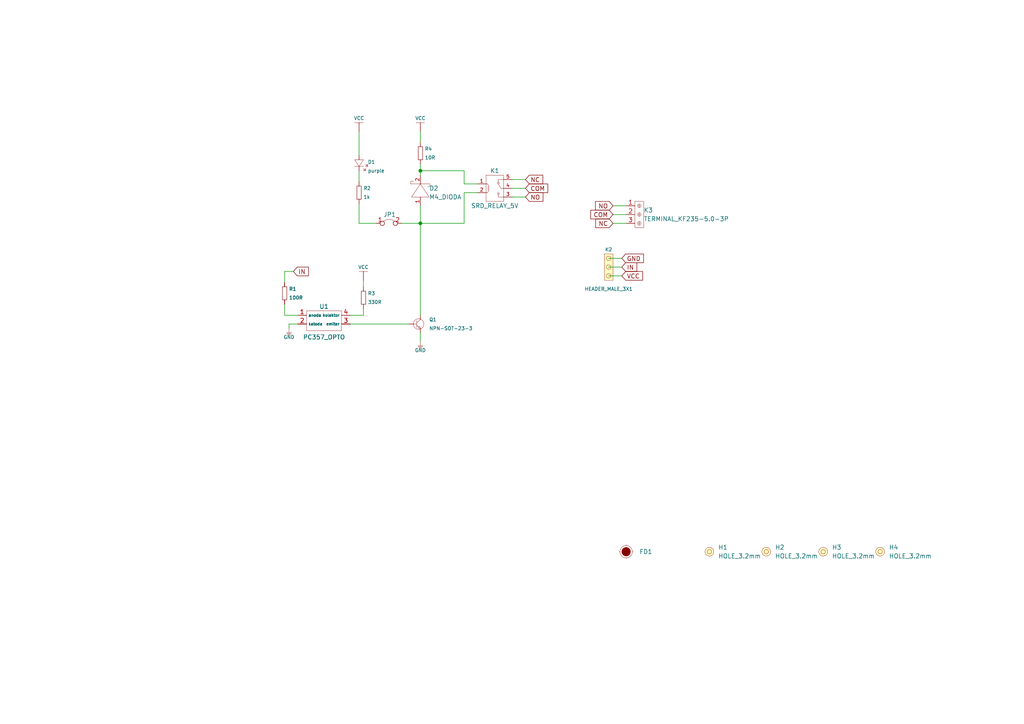
<source format=kicad_sch>
(kicad_sch (version 20210126) (generator eeschema)

  (paper "A4")

  (lib_symbols
    (symbol "e-radionica.com schematics:0402LED" (pin_numbers hide) (pin_names (offset 0.254) hide) (in_bom yes) (on_board yes)
      (property "Reference" "D" (id 0) (at -0.635 2.54 0)
        (effects (font (size 1 1)))
      )
      (property "Value" "0402LED" (id 1) (at 0 -2.54 0)
        (effects (font (size 1 1)))
      )
      (property "Footprint" "e-radionica.com footprinti:0402LED" (id 2) (at 0 5.08 0)
        (effects (font (size 1 1)) hide)
      )
      (property "Datasheet" "" (id 3) (at 0 0 0)
        (effects (font (size 1 1)) hide)
      )
      (property "Package" "0402" (id 4) (at 0 0 0)
        (effects (font (size 1.27 1.27)) hide)
      )
      (symbol "0402LED_0_1"
        (polyline
          (pts
            (xy -0.635 1.27)
            (xy -0.635 -1.27)
            (xy 1.27 0)
          )
          (stroke (width 0.0006)) (fill (type none))
        )
        (polyline
          (pts
            (xy -0.635 1.27)
            (xy 1.27 0)
          )
          (stroke (width 0.0006)) (fill (type none))
        )
        (polyline
          (pts
            (xy 1.27 1.27)
            (xy 1.27 -1.27)
          )
          (stroke (width 0.0006)) (fill (type none))
        )
        (polyline
          (pts
            (xy 0.635 1.905)
            (xy 1.27 2.54)
          )
          (stroke (width 0.0006)) (fill (type none))
        )
        (polyline
          (pts
            (xy 1.905 1.27)
            (xy 2.54 1.905)
          )
          (stroke (width 0.0006)) (fill (type none))
        )
        (polyline
          (pts
            (xy 2.54 1.905)
            (xy 1.905 1.905)
            (xy 2.54 1.27)
            (xy 2.54 1.905)
          )
          (stroke (width 0.0006)) (fill (type none))
        )
        (polyline
          (pts
            (xy 1.27 2.54)
            (xy 0.635 2.54)
            (xy 1.27 1.905)
            (xy 1.27 2.54)
          )
          (stroke (width 0.0006)) (fill (type none))
        )
      )
      (symbol "0402LED_1_1"
        (pin passive line (at -1.905 0 0) (length 1.27)
          (name "A" (effects (font (size 1.27 1.27))))
          (number "1" (effects (font (size 1.27 1.27))))
        )
        (pin passive line (at 2.54 0 180) (length 1.27)
          (name "K" (effects (font (size 1.27 1.27))))
          (number "2" (effects (font (size 1.27 1.27))))
        )
      )
    )
    (symbol "e-radionica.com schematics:0402R" (pin_numbers hide) (pin_names (offset 0.254)) (in_bom yes) (on_board yes)
      (property "Reference" "R" (id 0) (at -1.905 1.27 0)
        (effects (font (size 1 1)))
      )
      (property "Value" "0402R" (id 1) (at 0 -1.27 0)
        (effects (font (size 1 1)))
      )
      (property "Footprint" "e-radionica.com footprinti:0402R" (id 2) (at -2.54 1.905 0)
        (effects (font (size 1 1)) hide)
      )
      (property "Datasheet" "" (id 3) (at -2.54 1.905 0)
        (effects (font (size 1 1)) hide)
      )
      (symbol "0402R_0_1"
        (rectangle (start -1.905 0.635) (end -1.8796 -0.635)
          (stroke (width 0.1)) (fill (type none))
        )
        (rectangle (start -1.905 0.635) (end 1.905 0.6096)
          (stroke (width 0.1)) (fill (type none))
        )
        (rectangle (start -1.905 -0.635) (end 1.905 -0.6604)
          (stroke (width 0.1)) (fill (type none))
        )
        (rectangle (start 1.905 0.635) (end 1.9304 -0.635)
          (stroke (width 0.1)) (fill (type none))
        )
      )
      (symbol "0402R_1_1"
        (pin passive line (at -3.175 0 0) (length 1.27)
          (name "~" (effects (font (size 1.27 1.27))))
          (number "1" (effects (font (size 1.27 1.27))))
        )
        (pin passive line (at 3.175 0 180) (length 1.27)
          (name "~" (effects (font (size 1.27 1.27))))
          (number "2" (effects (font (size 1.27 1.27))))
        )
      )
    )
    (symbol "e-radionica.com schematics:0603R" (pin_numbers hide) (pin_names (offset 0.254)) (in_bom yes) (on_board yes)
      (property "Reference" "R" (id 0) (at -1.905 1.905 0)
        (effects (font (size 1 1)))
      )
      (property "Value" "0603R" (id 1) (at 0 -1.905 0)
        (effects (font (size 1 1)))
      )
      (property "Footprint" "e-radionica.com footprinti:0603R" (id 2) (at -0.635 1.905 0)
        (effects (font (size 1 1)) hide)
      )
      (property "Datasheet" "" (id 3) (at -0.635 1.905 0)
        (effects (font (size 1 1)) hide)
      )
      (symbol "0603R_0_1"
        (rectangle (start -1.905 0.635) (end -1.8796 -0.635)
          (stroke (width 0.1)) (fill (type none))
        )
        (rectangle (start -1.905 0.635) (end 1.905 0.6096)
          (stroke (width 0.1)) (fill (type none))
        )
        (rectangle (start -1.905 -0.635) (end 1.905 -0.6604)
          (stroke (width 0.1)) (fill (type none))
        )
        (rectangle (start 1.905 0.635) (end 1.9304 -0.635)
          (stroke (width 0.1)) (fill (type none))
        )
      )
      (symbol "0603R_1_1"
        (pin passive line (at -3.175 0 0) (length 1.27)
          (name "~" (effects (font (size 1.27 1.27))))
          (number "1" (effects (font (size 1.27 1.27))))
        )
        (pin passive line (at 3.175 0 180) (length 1.27)
          (name "~" (effects (font (size 1.27 1.27))))
          (number "2" (effects (font (size 1.27 1.27))))
        )
      )
    )
    (symbol "e-radionica.com schematics:Fiducial_Stencil" (pin_numbers hide) (pin_names hide) (in_bom yes) (on_board yes)
      (property "Reference" "FD?" (id 0) (at 0 3.048 0)
        (effects (font (size 1.27 1.27)))
      )
      (property "Value" "Fiducial_Stencil" (id 1) (at 0 -2.794 0)
        (effects (font (size 1.27 1.27)) hide)
      )
      (property "Footprint" "e-radionica.com footprinti:FIDUCIAL_1MM_PASTE" (id 2) (at 0 -6.35 0)
        (effects (font (size 1.27 1.27)) hide)
      )
      (property "Datasheet" "" (id 3) (at 0 0 0)
        (effects (font (size 1.27 1.27)) hide)
      )
      (symbol "Fiducial_Stencil_0_1"
        (circle (center 0 0) (radius 1.7961) (stroke (width 0.0006)) (fill (type none)))
        (circle (center 0 0) (radius 1.27) (stroke (width 0.001)) (fill (type outline)))
        (polyline
          (pts
            (xy 1.778 0)
            (xy 2.032 0)
          )
          (stroke (width 0.0006)) (fill (type none))
        )
        (polyline
          (pts
            (xy 0 1.778)
            (xy 0 2.032)
          )
          (stroke (width 0.0006)) (fill (type none))
        )
        (polyline
          (pts
            (xy -1.778 0)
            (xy -2.032 0)
          )
          (stroke (width 0.0006)) (fill (type none))
        )
        (polyline
          (pts
            (xy 0 -1.778)
            (xy 0 -2.032)
          )
          (stroke (width 0.0006)) (fill (type none))
        )
      )
    )
    (symbol "e-radionica.com schematics:GND" (power) (pin_names (offset 0)) (in_bom yes) (on_board yes)
      (property "Reference" "#PWR" (id 0) (at 4.445 0 0)
        (effects (font (size 1 1)) hide)
      )
      (property "Value" "GND" (id 1) (at 0 -2.921 0)
        (effects (font (size 1 1)))
      )
      (property "Footprint" "" (id 2) (at 4.445 3.81 0)
        (effects (font (size 1 1)) hide)
      )
      (property "Datasheet" "" (id 3) (at 4.445 3.81 0)
        (effects (font (size 1 1)) hide)
      )
      (property "ki_keywords" "power-flag" (id 4) (at 0 0 0)
        (effects (font (size 1.27 1.27)) hide)
      )
      (property "ki_description" "Power symbol creates a global label with name \"+3V3\"" (id 5) (at 0 0 0)
        (effects (font (size 1.27 1.27)) hide)
      )
      (symbol "GND_0_1"
        (polyline
          (pts
            (xy 0 0)
            (xy 0 -1.27)
          )
          (stroke (width 0.0006)) (fill (type none))
        )
        (polyline
          (pts
            (xy -0.762 -1.27)
            (xy 0.762 -1.27)
          )
          (stroke (width 0.0006)) (fill (type none))
        )
        (polyline
          (pts
            (xy -0.381 -1.778)
            (xy 0.381 -1.778)
          )
          (stroke (width 0.0006)) (fill (type none))
        )
        (polyline
          (pts
            (xy -0.127 -2.032)
            (xy 0.127 -2.032)
          )
          (stroke (width 0.0006)) (fill (type none))
        )
        (polyline
          (pts
            (xy -0.635 -1.524)
            (xy 0.635 -1.524)
          )
          (stroke (width 0.0006)) (fill (type none))
        )
      )
      (symbol "GND_1_1"
        (pin power_in line (at 0 0 270) (length 0) hide
          (name "GND" (effects (font (size 1.27 1.27))))
          (number "1" (effects (font (size 1.27 1.27))))
        )
      )
    )
    (symbol "e-radionica.com schematics:HEADER_MALE_3X1" (pin_numbers hide) (pin_names hide) (in_bom yes) (on_board yes)
      (property "Reference" "K" (id 0) (at -0.635 5.08 0)
        (effects (font (size 1 1)))
      )
      (property "Value" "HEADER_MALE_3X1" (id 1) (at 0 -5.08 0)
        (effects (font (size 1 1)))
      )
      (property "Footprint" "e-radionica.com footprinti:HEADER_MALE_3X1" (id 2) (at 0 -2.54 0)
        (effects (font (size 1 1)) hide)
      )
      (property "Datasheet" "" (id 3) (at 0 -2.54 0)
        (effects (font (size 1 1)) hide)
      )
      (symbol "HEADER_MALE_3X1_0_1"
        (circle (center 0 -2.54) (radius 0.635) (stroke (width 0.0006)) (fill (type none)))
        (circle (center 0 0) (radius 0.635) (stroke (width 0.0006)) (fill (type none)))
        (circle (center 0 2.54) (radius 0.635) (stroke (width 0.0006)) (fill (type none)))
        (rectangle (start 1.27 -3.81) (end -1.27 3.81)
          (stroke (width 0.001)) (fill (type background))
        )
      )
      (symbol "HEADER_MALE_3X1_1_1"
        (pin passive line (at 0 -2.54 180) (length 0)
          (name "~" (effects (font (size 1 1))))
          (number "1" (effects (font (size 1 1))))
        )
        (pin passive line (at 0 0 180) (length 0)
          (name "~" (effects (font (size 1 1))))
          (number "2" (effects (font (size 1 1))))
        )
        (pin passive line (at 0 2.54 180) (length 0)
          (name "~" (effects (font (size 1 1))))
          (number "3" (effects (font (size 1 1))))
        )
      )
    )
    (symbol "e-radionica.com schematics:HOLE_3.2mm" (pin_numbers hide) (pin_names hide) (in_bom yes) (on_board yes)
      (property "Reference" "H" (id 0) (at 0 2.54 0)
        (effects (font (size 1.27 1.27)))
      )
      (property "Value" "HOLE_3.2mm" (id 1) (at 0 -2.54 0)
        (effects (font (size 1.27 1.27)))
      )
      (property "Footprint" "e-radionica.com footprinti:HOLE_3.2mm" (id 2) (at 0 0 0)
        (effects (font (size 1.27 1.27)) hide)
      )
      (property "Datasheet" "" (id 3) (at 0 0 0)
        (effects (font (size 1.27 1.27)) hide)
      )
      (symbol "HOLE_3.2mm_0_1"
        (circle (center 0 0) (radius 1.27) (stroke (width 0.001)) (fill (type background)))
        (circle (center 0 0) (radius 0.635) (stroke (width 0.0006)) (fill (type none)))
      )
    )
    (symbol "e-radionica.com schematics:M4_DIODA" (pin_names hide) (in_bom yes) (on_board yes)
      (property "Reference" "D" (id 0) (at 0 3.81 0)
        (effects (font (size 1.27 1.27)))
      )
      (property "Value" "M4_DIODA" (id 1) (at 0 -4.572 0)
        (effects (font (size 1.27 1.27)))
      )
      (property "Footprint" "e-radionica.com footprinti:M4_DIODA" (id 2) (at 0 -6.35 0)
        (effects (font (size 1.27 1.27)) hide)
      )
      (property "Datasheet" "" (id 3) (at 0 0 0)
        (effects (font (size 1.27 1.27)) hide)
      )
      (symbol "M4_DIODA_0_1"
        (polyline
          (pts
            (xy -2.54 2.54)
            (xy -2.54 -2.54)
            (xy 1.27 0)
            (xy -2.54 2.54)
          )
          (stroke (width 0.0006)) (fill (type none))
        )
        (polyline
          (pts
            (xy 1.27 2.794)
            (xy 1.27 -2.794)
            (xy 0.508 -2.794)
            (xy 0.508 -2.032)
          )
          (stroke (width 0.0006)) (fill (type none))
        )
        (polyline
          (pts
            (xy 1.27 2.794)
            (xy 2.032 2.794)
            (xy 2.032 2.032)
            (xy 2.032 2.54)
          )
          (stroke (width 0.0006)) (fill (type none))
        )
      )
      (symbol "M4_DIODA_1_1"
        (pin passive line (at -5.08 0 0) (length 2.54)
          (name "A" (effects (font (size 1 1))))
          (number "1" (effects (font (size 1 1))))
        )
        (pin passive line (at 3.81 0 180) (length 2.54)
          (name "K" (effects (font (size 1 1))))
          (number "2" (effects (font (size 1 1))))
        )
      )
    )
    (symbol "e-radionica.com schematics:NPN-SOT-23-3" (pin_numbers hide) (pin_names hide) (in_bom yes) (on_board yes)
      (property "Reference" "Q" (id 0) (at -2.286 2.921 0)
        (effects (font (size 1 1)))
      )
      (property "Value" "NPN-SOT-23-3" (id 1) (at 0 -3.81 0)
        (effects (font (size 1 1)))
      )
      (property "Footprint" "e-radionica.com footprinti:SOT-23-3" (id 2) (at 0 0 0)
        (effects (font (size 1 1)) hide)
      )
      (property "Datasheet" "" (id 3) (at 0 0 0)
        (effects (font (size 1 1)) hide)
      )
      (symbol "NPN-SOT-23-3_0_1"
        (circle (center -0.508 0) (radius 1.524) (stroke (width 0.0006)) (fill (type none)))
        (polyline
          (pts
            (xy -1.016 1.016)
            (xy -1.016 -1.016)
          )
          (stroke (width 0.0006)) (fill (type none))
        )
        (polyline
          (pts
            (xy -1.016 0.381)
            (xy 0 1.27)
          )
          (stroke (width 0.0006)) (fill (type none))
        )
        (polyline
          (pts
            (xy -1.016 -0.381)
            (xy -0.4064 -0.9144)
          )
          (stroke (width 0.1)) (fill (type none))
        )
        (polyline
          (pts
            (xy -2.032 0)
            (xy -1.016 0)
          )
          (stroke (width 0.0006)) (fill (type none))
        )
        (polyline
          (pts
            (xy -0.6096 -1.1684)
            (xy -0.2032 -0.6604)
            (xy 0 -1.27)
            (xy -0.6096 -1.1684)
          )
          (stroke (width 0.0006)) (fill (type none))
        )
      )
      (symbol "NPN-SOT-23-3_1_1"
        (pin passive line (at -3.175 0 0) (length 1.27)
          (name "B" (effects (font (size 1 1))))
          (number "1" (effects (font (size 1 1))))
        )
        (pin passive line (at 0 -2.54 90) (length 1.27)
          (name "E" (effects (font (size 1 1))))
          (number "2" (effects (font (size 1 1))))
        )
        (pin passive line (at 0 2.54 270) (length 1.27)
          (name "C" (effects (font (size 1 1))))
          (number "3" (effects (font (size 1 1))))
        )
      )
    )
    (symbol "e-radionica.com schematics:PC357_OPTO" (in_bom yes) (on_board yes)
      (property "Reference" "U" (id 0) (at 0 5.08 0)
        (effects (font (size 1.27 1.27)))
      )
      (property "Value" "PC357_OPTO" (id 1) (at 0 -5.08 0)
        (effects (font (size 1.27 1.27)))
      )
      (property "Footprint" "e-radionica.com footprinti:PC357_OPTO" (id 2) (at 0 0 0)
        (effects (font (size 1.27 1.27)) hide)
      )
      (property "Datasheet" "" (id 3) (at 0 0 0)
        (effects (font (size 1.27 1.27)) hide)
      )
      (symbol "PC357_OPTO_0_1"
        (rectangle (start -5.08 2.54) (end 5.08 -3.175)
          (stroke (width 0.0006)) (fill (type none))
        )
      )
      (symbol "PC357_OPTO_1_1"
        (pin passive line (at -7.62 1.27 0) (length 2.54)
          (name "anoda" (effects (font (size 0.8 0.8))))
          (number "1" (effects (font (size 1.27 1.27))))
        )
        (pin passive line (at -7.62 -1.27 0) (length 2.54)
          (name "katoda" (effects (font (size 0.8 0.8))))
          (number "2" (effects (font (size 1.27 1.27))))
        )
        (pin passive line (at 7.62 1.27 180) (length 2.54)
          (name "kolektor" (effects (font (size 0.8 0.8))))
          (number "4" (effects (font (size 1.27 1.27))))
        )
        (pin passive line (at 7.62 -1.27 180) (length 2.54)
          (name "emiter" (effects (font (size 0.8 0.8))))
          (number "3" (effects (font (size 1.27 1.27))))
        )
      )
    )
    (symbol "e-radionica.com schematics:SMD-JUMPER-CONNECTED_TRACE_NOSLODERMASK" (in_bom yes) (on_board yes)
      (property "Reference" "JP" (id 0) (at 0 3.556 0)
        (effects (font (size 1.27 1.27)))
      )
      (property "Value" "SMD-JUMPER-CONNECTED_TRACE_NOSLODERMASK" (id 1) (at 0 -2.54 0)
        (effects (font (size 1.27 1.27)))
      )
      (property "Footprint" "e-radionica.com footprinti:SMD-JUMPER-CONNECTED_TRACE_NOSLODERMASK" (id 2) (at 0 0 0)
        (effects (font (size 1.27 1.27)) hide)
      )
      (property "Datasheet" "" (id 3) (at 0 0 0)
        (effects (font (size 1.27 1.27)) hide)
      )
      (symbol "SMD-JUMPER-CONNECTED_TRACE_NOSLODERMASK_0_1"
        (arc (start -1.8034 0.5588) (end 1.397 0.5842) (radius (at -0.1875 -1.4124) (length 2.5489) (angles 129.3 51.6))
          (stroke (width 0.0006)) (fill (type none))
        )
      )
      (symbol "SMD-JUMPER-CONNECTED_TRACE_NOSLODERMASK_1_1"
        (pin passive inverted (at -4.064 0 0) (length 2.54)
          (name "" (effects (font (size 1.27 1.27))))
          (number "1" (effects (font (size 1.27 1.27))))
        )
        (pin passive inverted (at 3.556 0 180) (length 2.54)
          (name "" (effects (font (size 1.27 1.27))))
          (number "2" (effects (font (size 1.27 1.27))))
        )
      )
    )
    (symbol "e-radionica.com schematics:SRD_RELAY_5V" (in_bom yes) (on_board yes)
      (property "Reference" "K" (id 0) (at 0 3.81 0)
        (effects (font (size 1.27 1.27)))
      )
      (property "Value" "SRD_RELAY_5V" (id 1) (at 0 -6.35 0)
        (effects (font (size 1.27 1.27)))
      )
      (property "Footprint" "e-radionica.com footprinti:SRD_RELAY_5V" (id 2) (at 1.27 -8.89 0)
        (effects (font (size 1.27 1.27)) hide)
      )
      (property "Datasheet" "" (id 3) (at 0 0 0)
        (effects (font (size 1.27 1.27)) hide)
      )
      (symbol "SRD_RELAY_5V_0_1"
        (arc (start -1.9929 0.3175) (end -1.9929 0.9525) (radius (at -2.032 0.635) (length 0.3199) (angles -83 83))
          (stroke (width 0.0006)) (fill (type none))
        )
        (arc (start -1.9929 -0.3175) (end -1.9929 0.3175) (radius (at -2.032 0) (length 0.3199) (angles -83 83))
          (stroke (width 0.0006)) (fill (type none))
        )
        (arc (start -1.9929 -0.9525) (end -1.9929 -0.3175) (radius (at -2.032 -0.635) (length 0.3199) (angles -83 83))
          (stroke (width 0.0006)) (fill (type none))
        )
        (circle (center 1.016 -1.524) (radius 0.254) (stroke (width 0.0008)) (fill (type none)))
        (circle (center 1.016 1.524) (radius 0.254) (stroke (width 0.0006)) (fill (type none)))
        (rectangle (start 2.54 3.81) (end -2.54 -3.81)
          (stroke (width 0.0006)) (fill (type none))
        )
        (polyline
          (pts
            (xy 2.54 -2.54)
            (xy 2.032 -2.54)
            (xy 1.016 -2.54)
            (xy 1.016 -1.778)
          )
          (stroke (width 0.0006)) (fill (type none))
        )
        (polyline
          (pts
            (xy 2.54 2.54)
            (xy 1.016 2.54)
            (xy 1.016 1.778)
          )
          (stroke (width 0.0006)) (fill (type none))
        )
        (polyline
          (pts
            (xy 2.54 0)
            (xy 1.778 0)
            (xy 1.016 1.27)
          )
          (stroke (width 0.0006)) (fill (type none))
        )
        (polyline
          (pts
            (xy -2.54 1.27)
            (xy -2.032 1.27)
            (xy -2.032 1.016)
          )
          (stroke (width 0.0006)) (fill (type none))
        )
        (polyline
          (pts
            (xy -2.54 -1.27)
            (xy -2.032 -1.27)
            (xy -2.032 -1.016)
          )
          (stroke (width 0.0006)) (fill (type none))
        )
      )
      (symbol "SRD_RELAY_5V_1_1"
        (pin passive line (at -5.08 1.27 0) (length 2.54)
          (name "" (effects (font (size 1 1))))
          (number "1" (effects (font (size 1 1))))
        )
        (pin passive line (at -5.08 -1.27 0) (length 2.54)
          (name "" (effects (font (size 1 1))))
          (number "2" (effects (font (size 1 1))))
        )
        (pin passive line (at 5.08 0 180) (length 2.54)
          (name "" (effects (font (size 1 1))))
          (number "4" (effects (font (size 1 1))))
        )
        (pin passive line (at 5.08 2.54 180) (length 2.54)
          (name "" (effects (font (size 1 1))))
          (number "5" (effects (font (size 1 1))))
        )
        (pin passive line (at 5.08 -2.54 180) (length 2.54)
          (name "" (effects (font (size 1 1))))
          (number "3" (effects (font (size 1 1))))
        )
      )
    )
    (symbol "e-radionica.com schematics:TERMINAL_KF235-5.0-3P" (in_bom yes) (on_board yes)
      (property "Reference" "K" (id 0) (at 0 5.08 0)
        (effects (font (size 1.27 1.27)))
      )
      (property "Value" "TERMINAL_KF235-5.0-3P" (id 1) (at 0 -5.08 0)
        (effects (font (size 1.27 1.27)))
      )
      (property "Footprint" "e-radionica.com footprinti:TERMINAL_KF235-5.0-3P" (id 2) (at 0 -7.62 0)
        (effects (font (size 1.27 1.27)) hide)
      )
      (property "Datasheet" "" (id 3) (at 0 0 0)
        (effects (font (size 1.27 1.27)) hide)
      )
      (symbol "TERMINAL_KF235-5.0-3P_0_1"
        (circle (center 0 2.54) (radius 0.508) (stroke (width 0.0006)) (fill (type none)))
        (circle (center 0 0) (radius 0.508) (stroke (width 0.0006)) (fill (type none)))
        (circle (center 0 -2.54) (radius 0.508) (stroke (width 0.0006)) (fill (type none)))
        (rectangle (start -1.27 3.81) (end 1.27 -3.81)
          (stroke (width 0.0006)) (fill (type none))
        )
        (polyline
          (pts
            (xy 0 0.508)
            (xy 0 -0.508)
          )
          (stroke (width 0.0006)) (fill (type none))
        )
        (polyline
          (pts
            (xy -0.254 0)
            (xy 0.254 0)
          )
          (stroke (width 0.0006)) (fill (type none))
        )
        (polyline
          (pts
            (xy 0 3.048)
            (xy 0 2.032)
          )
          (stroke (width 0.0006)) (fill (type none))
        )
        (polyline
          (pts
            (xy -0.254 2.54)
            (xy 0.254 2.54)
          )
          (stroke (width 0.0006)) (fill (type none))
        )
        (polyline
          (pts
            (xy 0 -2.032)
            (xy 0 -3.048)
          )
          (stroke (width 0.0006)) (fill (type none))
        )
        (polyline
          (pts
            (xy -0.254 -2.54)
            (xy 0.254 -2.54)
          )
          (stroke (width 0.0006)) (fill (type none))
        )
      )
      (symbol "TERMINAL_KF235-5.0-3P_1_1"
        (pin input line (at -3.81 2.54 0) (length 2.54)
          (name "~" (effects (font (size 1.27 1.27))))
          (number "1" (effects (font (size 1.27 1.27))))
        )
        (pin input line (at -3.81 0 0) (length 2.54)
          (name "~" (effects (font (size 1.27 1.27))))
          (number "2" (effects (font (size 1.27 1.27))))
        )
        (pin input line (at -3.81 -2.54 0) (length 2.54)
          (name "~" (effects (font (size 1.27 1.27))))
          (number "3" (effects (font (size 1.27 1.27))))
        )
      )
    )
    (symbol "e-radionica.com schematics:VCC" (power) (pin_names (offset 0)) (in_bom yes) (on_board yes)
      (property "Reference" "#PWR" (id 0) (at 4.445 0 0)
        (effects (font (size 1 1)) hide)
      )
      (property "Value" "VCC" (id 1) (at 0 3.556 0)
        (effects (font (size 1 1)))
      )
      (property "Footprint" "" (id 2) (at 4.445 3.81 0)
        (effects (font (size 1 1)) hide)
      )
      (property "Datasheet" "" (id 3) (at 4.445 3.81 0)
        (effects (font (size 1 1)) hide)
      )
      (property "ki_keywords" "power-flag" (id 4) (at 0 0 0)
        (effects (font (size 1.27 1.27)) hide)
      )
      (property "ki_description" "Power symbol creates a global label with name \"+3V3\"" (id 5) (at 0 0 0)
        (effects (font (size 1.27 1.27)) hide)
      )
      (symbol "VCC_0_1"
        (polyline
          (pts
            (xy 0 0)
            (xy 0 2.54)
          )
          (stroke (width 0)) (fill (type none))
        )
        (polyline
          (pts
            (xy -1.27 2.54)
            (xy 1.27 2.54)
          )
          (stroke (width 0.0006)) (fill (type none))
        )
      )
      (symbol "VCC_1_1"
        (pin power_in line (at 0 0 90) (length 0) hide
          (name "VCC" (effects (font (size 1.27 1.27))))
          (number "1" (effects (font (size 1.27 1.27))))
        )
      )
    )
  )

  (junction (at 121.92 49.53) (diameter 0.9144) (color 0 0 0 0))
  (junction (at 121.92 64.77) (diameter 0.9144) (color 0 0 0 0))

  (wire (pts (xy 82.55 78.74) (xy 85.09 78.74))
    (stroke (width 0) (type solid) (color 0 0 0 0))
    (uuid f216fa0c-0c46-410b-a73e-7769d541a9f6)
  )
  (wire (pts (xy 82.55 81.915) (xy 82.55 78.74))
    (stroke (width 0) (type solid) (color 0 0 0 0))
    (uuid f216fa0c-0c46-410b-a73e-7769d541a9f6)
  )
  (wire (pts (xy 82.55 91.44) (xy 82.55 88.265))
    (stroke (width 0) (type solid) (color 0 0 0 0))
    (uuid 0fb098a2-5760-43b9-a56f-8eeb4aa42885)
  )
  (wire (pts (xy 83.82 93.98) (xy 83.82 95.25))
    (stroke (width 0) (type solid) (color 0 0 0 0))
    (uuid f096cda1-7304-4fb1-9934-2069567227dd)
  )
  (wire (pts (xy 86.36 91.44) (xy 82.55 91.44))
    (stroke (width 0) (type solid) (color 0 0 0 0))
    (uuid 0fb098a2-5760-43b9-a56f-8eeb4aa42885)
  )
  (wire (pts (xy 86.36 93.98) (xy 83.82 93.98))
    (stroke (width 0) (type solid) (color 0 0 0 0))
    (uuid f096cda1-7304-4fb1-9934-2069567227dd)
  )
  (wire (pts (xy 101.6 91.44) (xy 105.41 91.44))
    (stroke (width 0) (type solid) (color 0 0 0 0))
    (uuid d647757f-9ce3-480f-8ee3-cd4bbe61c352)
  )
  (wire (pts (xy 101.6 93.98) (xy 118.745 93.98))
    (stroke (width 0) (type solid) (color 0 0 0 0))
    (uuid c47f72e9-9662-4f6b-8afe-03d5dbe09fdc)
  )
  (wire (pts (xy 104.14 38.1) (xy 104.14 45.085))
    (stroke (width 0) (type solid) (color 0 0 0 0))
    (uuid 99c57d23-9e09-4427-ac30-7cd8ccb71ebe)
  )
  (wire (pts (xy 104.14 49.53) (xy 104.14 52.705))
    (stroke (width 0) (type solid) (color 0 0 0 0))
    (uuid 989d7a7a-c4b4-4155-9c0c-f1dd52677011)
  )
  (wire (pts (xy 104.14 59.055) (xy 104.14 64.77))
    (stroke (width 0) (type solid) (color 0 0 0 0))
    (uuid 0cbd5d30-8c88-4646-8c6c-2da8989e7226)
  )
  (wire (pts (xy 104.14 64.77) (xy 108.966 64.77))
    (stroke (width 0) (type solid) (color 0 0 0 0))
    (uuid 0cbd5d30-8c88-4646-8c6c-2da8989e7226)
  )
  (wire (pts (xy 105.41 81.28) (xy 105.41 83.185))
    (stroke (width 0) (type solid) (color 0 0 0 0))
    (uuid 1f2e185f-3f62-43f6-8432-8792c317fe53)
  )
  (wire (pts (xy 105.41 89.535) (xy 105.41 91.44))
    (stroke (width 0) (type solid) (color 0 0 0 0))
    (uuid d647757f-9ce3-480f-8ee3-cd4bbe61c352)
  )
  (wire (pts (xy 116.586 64.77) (xy 121.92 64.77))
    (stroke (width 0) (type solid) (color 0 0 0 0))
    (uuid 9febe81f-a347-45ad-9369-50484df975b4)
  )
  (wire (pts (xy 121.92 38.1) (xy 121.92 41.275))
    (stroke (width 0) (type solid) (color 0 0 0 0))
    (uuid ccdfd5a6-83f9-464c-a52d-4de97ee208d2)
  )
  (wire (pts (xy 121.92 47.625) (xy 121.92 49.53))
    (stroke (width 0) (type solid) (color 0 0 0 0))
    (uuid e0827968-067d-492c-be10-9f6fa1ca4389)
  )
  (wire (pts (xy 121.92 49.53) (xy 121.92 50.8))
    (stroke (width 0) (type solid) (color 0 0 0 0))
    (uuid e0827968-067d-492c-be10-9f6fa1ca4389)
  )
  (wire (pts (xy 121.92 49.53) (xy 134.62 49.53))
    (stroke (width 0) (type solid) (color 0 0 0 0))
    (uuid b77d8f18-46d3-4dad-a393-6576aa6696ba)
  )
  (wire (pts (xy 121.92 64.77) (xy 121.92 59.69))
    (stroke (width 0) (type solid) (color 0 0 0 0))
    (uuid 9febe81f-a347-45ad-9369-50484df975b4)
  )
  (wire (pts (xy 121.92 64.77) (xy 121.92 91.44))
    (stroke (width 0) (type solid) (color 0 0 0 0))
    (uuid 6192cbbb-76ec-478a-8c8b-e7f8172bfe65)
  )
  (wire (pts (xy 121.92 64.77) (xy 134.62 64.77))
    (stroke (width 0) (type solid) (color 0 0 0 0))
    (uuid fcff2fec-e091-4240-a1cd-f40922024c8b)
  )
  (wire (pts (xy 121.92 96.52) (xy 121.92 99.06))
    (stroke (width 0) (type solid) (color 0 0 0 0))
    (uuid 35e2de16-f845-478b-931e-a3ca4a6b36ce)
  )
  (wire (pts (xy 134.62 53.34) (xy 134.62 49.53))
    (stroke (width 0) (type solid) (color 0 0 0 0))
    (uuid b77d8f18-46d3-4dad-a393-6576aa6696ba)
  )
  (wire (pts (xy 134.62 55.88) (xy 134.62 64.77))
    (stroke (width 0) (type solid) (color 0 0 0 0))
    (uuid fcff2fec-e091-4240-a1cd-f40922024c8b)
  )
  (wire (pts (xy 138.43 53.34) (xy 134.62 53.34))
    (stroke (width 0) (type solid) (color 0 0 0 0))
    (uuid b77d8f18-46d3-4dad-a393-6576aa6696ba)
  )
  (wire (pts (xy 138.43 55.88) (xy 134.62 55.88))
    (stroke (width 0) (type solid) (color 0 0 0 0))
    (uuid fcff2fec-e091-4240-a1cd-f40922024c8b)
  )
  (wire (pts (xy 148.59 52.07) (xy 152.4 52.07))
    (stroke (width 0) (type solid) (color 0 0 0 0))
    (uuid 7714fb1c-1daf-4efd-9b66-1478ec926cbc)
  )
  (wire (pts (xy 148.59 54.61) (xy 152.4 54.61))
    (stroke (width 0) (type solid) (color 0 0 0 0))
    (uuid 870ffe50-76ed-4289-adc5-4c2938c05cb0)
  )
  (wire (pts (xy 148.59 57.15) (xy 152.4 57.15))
    (stroke (width 0) (type solid) (color 0 0 0 0))
    (uuid 7778eac1-6905-4f27-8ad8-b7861c64c2af)
  )
  (wire (pts (xy 176.53 74.93) (xy 180.34 74.93))
    (stroke (width 0) (type solid) (color 0 0 0 0))
    (uuid dd61d72f-1249-4251-841d-3c63ff99045e)
  )
  (wire (pts (xy 176.53 77.47) (xy 180.34 77.47))
    (stroke (width 0) (type solid) (color 0 0 0 0))
    (uuid 3fe4a0cd-4a47-46a8-8038-2c18329921c3)
  )
  (wire (pts (xy 176.53 80.01) (xy 180.34 80.01))
    (stroke (width 0) (type solid) (color 0 0 0 0))
    (uuid 46ef5fb3-af41-4d9c-bf9c-43569f08ea3a)
  )
  (wire (pts (xy 177.8 59.69) (xy 181.61 59.69))
    (stroke (width 0) (type solid) (color 0 0 0 0))
    (uuid 66a6bc96-9d14-4e7e-8e6b-84ab0e24eacd)
  )
  (wire (pts (xy 177.8 62.23) (xy 181.61 62.23))
    (stroke (width 0) (type solid) (color 0 0 0 0))
    (uuid 411026b2-f2df-4105-ab6a-a00bea366630)
  )
  (wire (pts (xy 177.8 64.77) (xy 181.61 64.77))
    (stroke (width 0) (type solid) (color 0 0 0 0))
    (uuid 381ba1b0-5ba3-4763-a674-6348a6fefdb7)
  )

  (global_label "IN" (shape input) (at 85.09 78.74 0)
    (effects (font (size 1.27 1.27)) (justify left))
    (uuid 8f360015-af78-4bbf-921b-dd1bb3526974)
    (property "Intersheet References" "${INTERSHEET_REFS}" (id 0) (at 90.9623 78.6606 0)
      (effects (font (size 1.27 1.27)) (justify left) hide)
    )
  )
  (global_label "NC" (shape input) (at 152.4 52.07 0)
    (effects (font (size 1.27 1.27)) (justify left))
    (uuid 4d38bc80-63be-403a-aab8-5647046415fa)
    (property "Intersheet References" "${INTERSHEET_REFS}" (id 0) (at 158.9376 51.9906 0)
      (effects (font (size 1.27 1.27)) (justify left) hide)
    )
  )
  (global_label "COM" (shape input) (at 152.4 54.61 0)
    (effects (font (size 1.27 1.27)) (justify left))
    (uuid 1ddc7bb6-4e3e-48de-b00b-3eb42e18f40a)
    (property "Intersheet References" "${INTERSHEET_REFS}" (id 0) (at 160.389 54.6894 0)
      (effects (font (size 1.27 1.27)) (justify left) hide)
    )
  )
  (global_label "NO" (shape input) (at 152.4 57.15 0)
    (effects (font (size 1.27 1.27)) (justify left))
    (uuid 93d16162-587d-4bcf-aaa5-cb926835627e)
    (property "Intersheet References" "${INTERSHEET_REFS}" (id 0) (at 158.9981 57.0706 0)
      (effects (font (size 1.27 1.27)) (justify left) hide)
    )
  )
  (global_label "NO" (shape input) (at 177.8 59.69 180)
    (effects (font (size 1.27 1.27)) (justify right))
    (uuid de181faa-835a-44d1-9281-4e30b5be07f5)
    (property "Intersheet References" "${INTERSHEET_REFS}" (id 0) (at 171.2019 59.6106 0)
      (effects (font (size 1.27 1.27)) (justify right) hide)
    )
  )
  (global_label "COM" (shape input) (at 177.8 62.23 180)
    (effects (font (size 1.27 1.27)) (justify right))
    (uuid 79173d32-ac88-4a65-b372-c41c5cb38f97)
    (property "Intersheet References" "${INTERSHEET_REFS}" (id 0) (at 169.811 62.1506 0)
      (effects (font (size 1.27 1.27)) (justify right) hide)
    )
  )
  (global_label "NC" (shape input) (at 177.8 64.77 180)
    (effects (font (size 1.27 1.27)) (justify right))
    (uuid e53dd8e7-5df4-4ddb-8df3-a5b4accbf020)
    (property "Intersheet References" "${INTERSHEET_REFS}" (id 0) (at 171.2624 64.6906 0)
      (effects (font (size 1.27 1.27)) (justify right) hide)
    )
  )
  (global_label "GND" (shape input) (at 180.34 74.93 0)
    (effects (font (size 1.27 1.27)) (justify left))
    (uuid 542a208d-e3d4-4115-b28e-f395b9b18d8f)
    (property "Intersheet References" "${INTERSHEET_REFS}" (id 0) (at 188.1476 74.8506 0)
      (effects (font (size 1.27 1.27)) (justify left) hide)
    )
  )
  (global_label "IN" (shape input) (at 180.34 77.47 0)
    (effects (font (size 1.27 1.27)) (justify left))
    (uuid 3793ff84-1e8d-4436-8b6d-ee4e142153b8)
    (property "Intersheet References" "${INTERSHEET_REFS}" (id 0) (at 186.2123 77.3906 0)
      (effects (font (size 1.27 1.27)) (justify left) hide)
    )
  )
  (global_label "VCC" (shape input) (at 180.34 80.01 0)
    (effects (font (size 1.27 1.27)) (justify left))
    (uuid fb154368-7bb9-4fa3-9f15-8f3c233d7e51)
    (property "Intersheet References" "${INTERSHEET_REFS}" (id 0) (at 187.9057 79.9306 0)
      (effects (font (size 1.27 1.27)) (justify left) hide)
    )
  )

  (symbol (lib_id "e-radionica.com schematics:GND") (at 83.82 95.25 0) (unit 1)
    (in_bom yes) (on_board yes)
    (uuid 1753b1fc-4e0c-4c53-9d1c-b3b2130d2d3a)
    (property "Reference" "#PWR01" (id 0) (at 88.265 95.25 0)
      (effects (font (size 1 1)) hide)
    )
    (property "Value" "GND" (id 1) (at 83.82 97.79 0)
      (effects (font (size 1 1)))
    )
    (property "Footprint" "" (id 2) (at 88.265 91.44 0)
      (effects (font (size 1 1)) hide)
    )
    (property "Datasheet" "" (id 3) (at 88.265 91.44 0)
      (effects (font (size 1 1)) hide)
    )
    (pin "1" (uuid 2a6b0601-cc03-4ad2-b1c8-f6efd66fea6d))
  )

  (symbol (lib_id "e-radionica.com schematics:GND") (at 121.92 99.06 0) (unit 1)
    (in_bom yes) (on_board yes)
    (uuid bc482c74-0df0-4841-a299-270061c822ac)
    (property "Reference" "#PWR05" (id 0) (at 126.365 99.06 0)
      (effects (font (size 1 1)) hide)
    )
    (property "Value" "GND" (id 1) (at 121.92 101.6 0)
      (effects (font (size 1 1)))
    )
    (property "Footprint" "" (id 2) (at 126.365 95.25 0)
      (effects (font (size 1 1)) hide)
    )
    (property "Datasheet" "" (id 3) (at 126.365 95.25 0)
      (effects (font (size 1 1)) hide)
    )
    (pin "1" (uuid 2a6b0601-cc03-4ad2-b1c8-f6efd66fea6d))
  )

  (symbol (lib_id "e-radionica.com schematics:HOLE_3.2mm") (at 205.74 160.02 0) (unit 1)
    (in_bom yes) (on_board yes)
    (uuid b029ea0b-4734-4d49-a11b-ea887b2a902e)
    (property "Reference" "H1" (id 0) (at 208.28 158.75 0)
      (effects (font (size 1.27 1.27)) (justify left))
    )
    (property "Value" "HOLE_3.2mm" (id 1) (at 208.28 161.29 0)
      (effects (font (size 1.27 1.27)) (justify left))
    )
    (property "Footprint" "e-radionica.com footprinti:HOLE_3.2mm" (id 2) (at 205.74 160.02 0)
      (effects (font (size 1.27 1.27)) hide)
    )
    (property "Datasheet" "" (id 3) (at 205.74 160.02 0)
      (effects (font (size 1.27 1.27)) hide)
    )
  )

  (symbol (lib_id "e-radionica.com schematics:HOLE_3.2mm") (at 222.25 160.02 0) (unit 1)
    (in_bom yes) (on_board yes)
    (uuid 3b645339-f17f-48c3-8eee-0a388b894c5e)
    (property "Reference" "H2" (id 0) (at 224.79 158.75 0)
      (effects (font (size 1.27 1.27)) (justify left))
    )
    (property "Value" "HOLE_3.2mm" (id 1) (at 224.79 161.29 0)
      (effects (font (size 1.27 1.27)) (justify left))
    )
    (property "Footprint" "e-radionica.com footprinti:HOLE_3.2mm" (id 2) (at 222.25 160.02 0)
      (effects (font (size 1.27 1.27)) hide)
    )
    (property "Datasheet" "" (id 3) (at 222.25 160.02 0)
      (effects (font (size 1.27 1.27)) hide)
    )
  )

  (symbol (lib_id "e-radionica.com schematics:HOLE_3.2mm") (at 238.76 160.02 0) (unit 1)
    (in_bom yes) (on_board yes)
    (uuid 39f7d575-9b78-4f94-ae03-6d793227001a)
    (property "Reference" "H3" (id 0) (at 241.3 158.75 0)
      (effects (font (size 1.27 1.27)) (justify left))
    )
    (property "Value" "HOLE_3.2mm" (id 1) (at 241.3 161.29 0)
      (effects (font (size 1.27 1.27)) (justify left))
    )
    (property "Footprint" "e-radionica.com footprinti:HOLE_3.2mm" (id 2) (at 238.76 160.02 0)
      (effects (font (size 1.27 1.27)) hide)
    )
    (property "Datasheet" "" (id 3) (at 238.76 160.02 0)
      (effects (font (size 1.27 1.27)) hide)
    )
  )

  (symbol (lib_id "e-radionica.com schematics:HOLE_3.2mm") (at 255.27 160.02 0) (unit 1)
    (in_bom yes) (on_board yes)
    (uuid 29469e5b-b374-44c3-a1d0-19ea6ebe76d3)
    (property "Reference" "H4" (id 0) (at 257.81 158.75 0)
      (effects (font (size 1.27 1.27)) (justify left))
    )
    (property "Value" "HOLE_3.2mm" (id 1) (at 257.81 161.29 0)
      (effects (font (size 1.27 1.27)) (justify left))
    )
    (property "Footprint" "e-radionica.com footprinti:HOLE_3.2mm" (id 2) (at 255.27 160.02 0)
      (effects (font (size 1.27 1.27)) hide)
    )
    (property "Datasheet" "" (id 3) (at 255.27 160.02 0)
      (effects (font (size 1.27 1.27)) hide)
    )
  )

  (symbol (lib_id "e-radionica.com schematics:VCC") (at 104.14 38.1 0) (unit 1)
    (in_bom yes) (on_board yes)
    (uuid 54caea64-0620-404c-968b-ca0791090fde)
    (property "Reference" "#PWR02" (id 0) (at 108.585 38.1 0)
      (effects (font (size 1 1)) hide)
    )
    (property "Value" "VCC" (id 1) (at 104.14 34.29 0)
      (effects (font (size 1 1)))
    )
    (property "Footprint" "" (id 2) (at 108.585 34.29 0)
      (effects (font (size 1 1)) hide)
    )
    (property "Datasheet" "" (id 3) (at 108.585 34.29 0)
      (effects (font (size 1 1)) hide)
    )
    (pin "1" (uuid e571e0e3-e056-442c-960f-7cf58a241f47))
  )

  (symbol (lib_id "e-radionica.com schematics:VCC") (at 105.41 81.28 0) (unit 1)
    (in_bom yes) (on_board yes)
    (uuid fde27e53-0459-48bc-a73b-6f9b5378171f)
    (property "Reference" "#PWR03" (id 0) (at 109.855 81.28 0)
      (effects (font (size 1 1)) hide)
    )
    (property "Value" "VCC" (id 1) (at 105.41 77.47 0)
      (effects (font (size 1 1)))
    )
    (property "Footprint" "" (id 2) (at 109.855 77.47 0)
      (effects (font (size 1 1)) hide)
    )
    (property "Datasheet" "" (id 3) (at 109.855 77.47 0)
      (effects (font (size 1 1)) hide)
    )
    (pin "1" (uuid e571e0e3-e056-442c-960f-7cf58a241f47))
  )

  (symbol (lib_id "e-radionica.com schematics:VCC") (at 121.92 38.1 0) (unit 1)
    (in_bom yes) (on_board yes)
    (uuid 111d2c6d-79c0-4a38-9aa6-6c10677e8491)
    (property "Reference" "#PWR04" (id 0) (at 126.365 38.1 0)
      (effects (font (size 1 1)) hide)
    )
    (property "Value" "VCC" (id 1) (at 121.92 34.29 0)
      (effects (font (size 1 1)))
    )
    (property "Footprint" "" (id 2) (at 126.365 34.29 0)
      (effects (font (size 1 1)) hide)
    )
    (property "Datasheet" "" (id 3) (at 126.365 34.29 0)
      (effects (font (size 1 1)) hide)
    )
    (pin "1" (uuid e571e0e3-e056-442c-960f-7cf58a241f47))
  )

  (symbol (lib_id "e-radionica.com schematics:0603R") (at 82.55 85.09 90) (unit 1)
    (in_bom yes) (on_board yes)
    (uuid 6973e326-d0d3-4b83-a435-80e2b1155cd2)
    (property "Reference" "R1" (id 0) (at 83.82 83.82 90)
      (effects (font (size 1 1)) (justify right))
    )
    (property "Value" "100R" (id 1) (at 83.82 86.36 90)
      (effects (font (size 1 1)) (justify right))
    )
    (property "Footprint" "e-radionica.com footprinti:0603R" (id 2) (at 80.645 85.725 0)
      (effects (font (size 1 1)) hide)
    )
    (property "Datasheet" "" (id 3) (at 80.645 85.725 0)
      (effects (font (size 1 1)) hide)
    )
    (pin "1" (uuid a8c5e7dc-86d0-4490-9304-3baefec916c3))
    (pin "2" (uuid 84ae3df0-d605-45dc-879f-2ff4029f2dd1))
  )

  (symbol (lib_id "e-radionica.com schematics:0402R") (at 104.14 55.88 90) (unit 1)
    (in_bom yes) (on_board yes)
    (uuid 30a7b7de-d9fc-44e2-8a08-f602df6eb20a)
    (property "Reference" "R2" (id 0) (at 105.41 54.61 90)
      (effects (font (size 1 1)) (justify right))
    )
    (property "Value" "1k" (id 1) (at 105.41 57.15 90)
      (effects (font (size 1 1)) (justify right))
    )
    (property "Footprint" "e-radionica.com footprinti:0402R" (id 2) (at 102.235 58.42 0)
      (effects (font (size 1 1)) hide)
    )
    (property "Datasheet" "" (id 3) (at 102.235 58.42 0)
      (effects (font (size 1 1)) hide)
    )
    (pin "1" (uuid 09e26ab9-0f29-48b0-b869-9614232ee10c))
    (pin "2" (uuid 363e5fbb-e896-4811-9a44-d2cf4d95dc66))
  )

  (symbol (lib_id "e-radionica.com schematics:0603R") (at 105.41 86.36 90) (unit 1)
    (in_bom yes) (on_board yes)
    (uuid ca583cbb-c385-470f-aec2-b7acaa5347d4)
    (property "Reference" "R3" (id 0) (at 106.68 85.09 90)
      (effects (font (size 1 1)) (justify right))
    )
    (property "Value" "330R" (id 1) (at 106.68 87.63 90)
      (effects (font (size 1 1)) (justify right))
    )
    (property "Footprint" "e-radionica.com footprinti:0603R" (id 2) (at 103.505 86.995 0)
      (effects (font (size 1 1)) hide)
    )
    (property "Datasheet" "" (id 3) (at 103.505 86.995 0)
      (effects (font (size 1 1)) hide)
    )
    (pin "1" (uuid a8c5e7dc-86d0-4490-9304-3baefec916c3))
    (pin "2" (uuid 84ae3df0-d605-45dc-879f-2ff4029f2dd1))
  )

  (symbol (lib_id "e-radionica.com schematics:0603R") (at 121.92 44.45 90) (unit 1)
    (in_bom yes) (on_board yes)
    (uuid a62822d4-1e1d-48c3-be59-ffbfe454a2f6)
    (property "Reference" "R4" (id 0) (at 123.19 43.18 90)
      (effects (font (size 1 1)) (justify right))
    )
    (property "Value" "10R" (id 1) (at 123.19 45.72 90)
      (effects (font (size 1 1)) (justify right))
    )
    (property "Footprint" "e-radionica.com footprinti:0603R" (id 2) (at 120.015 45.085 0)
      (effects (font (size 1 1)) hide)
    )
    (property "Datasheet" "" (id 3) (at 120.015 45.085 0)
      (effects (font (size 1 1)) hide)
    )
    (pin "1" (uuid a8c5e7dc-86d0-4490-9304-3baefec916c3))
    (pin "2" (uuid 84ae3df0-d605-45dc-879f-2ff4029f2dd1))
  )

  (symbol (lib_id "e-radionica.com schematics:Fiducial_Stencil") (at 181.61 160.02 0) (unit 1)
    (in_bom yes) (on_board yes)
    (uuid fc08b44c-6820-4069-b868-a626dd67ffd5)
    (property "Reference" "FD1" (id 0) (at 185.42 160.02 0)
      (effects (font (size 1.27 1.27)) (justify left))
    )
    (property "Value" "Fiducial_Stencil" (id 1) (at 181.61 162.814 0)
      (effects (font (size 1.27 1.27)) hide)
    )
    (property "Footprint" "e-radionica.com footprinti:FIDUCIAL_1MM_PASTE" (id 2) (at 181.61 166.37 0)
      (effects (font (size 1.27 1.27)) hide)
    )
    (property "Datasheet" "" (id 3) (at 181.61 160.02 0)
      (effects (font (size 1.27 1.27)) hide)
    )
  )

  (symbol (lib_id "e-radionica.com schematics:SMD-JUMPER-CONNECTED_TRACE_NOSLODERMASK") (at 113.03 64.77 0) (unit 1)
    (in_bom yes) (on_board yes)
    (uuid 8af0de07-0d07-4ece-8588-daeb2b40f45b)
    (property "Reference" "JP1" (id 0) (at 113.03 62.23 0))
    (property "Value" "SMD-JUMPER-CONNECTED_TRACE_NOSLODERMASK" (id 1) (at 113.03 67.31 0)
      (effects (font (size 1.27 1.27)) hide)
    )
    (property "Footprint" "e-radionica.com footprinti:SMD-JUMPER-CONNECTED_TRACE_NOSLODERMASK" (id 2) (at 113.03 64.77 0)
      (effects (font (size 1.27 1.27)) hide)
    )
    (property "Datasheet" "" (id 3) (at 113.03 64.77 0)
      (effects (font (size 1.27 1.27)) hide)
    )
    (pin "1" (uuid f37f5f7c-d212-495e-820b-ccb2ba700b56))
    (pin "2" (uuid b5945e3c-c421-450f-b895-94811f1567da))
  )

  (symbol (lib_id "e-radionica.com schematics:HEADER_MALE_3X1") (at 176.53 77.47 0) (unit 1)
    (in_bom yes) (on_board yes)
    (uuid 8bb94237-75d3-4746-9e10-e04ba54a701c)
    (property "Reference" "K2" (id 0) (at 176.53 72.39 0)
      (effects (font (size 1 1)))
    )
    (property "Value" "HEADER_MALE_3X1" (id 1) (at 176.53 83.82 0)
      (effects (font (size 1 1)))
    )
    (property "Footprint" "e-radionica.com footprinti:HEADER_MALE_3X1" (id 2) (at 176.53 80.01 0)
      (effects (font (size 1 1)) hide)
    )
    (property "Datasheet" "" (id 3) (at 176.53 80.01 0)
      (effects (font (size 1 1)) hide)
    )
    (pin "1" (uuid 3b9550cd-379c-4b51-84df-6ce3c00d1476))
    (pin "2" (uuid b518cf58-973c-46ee-9c0b-534211fda15d))
    (pin "3" (uuid 6edaa492-622f-46cd-b9b5-06bd493b5a17))
  )

  (symbol (lib_id "e-radionica.com schematics:0402LED") (at 104.14 46.99 270) (unit 1)
    (in_bom yes) (on_board yes)
    (uuid 41d466ff-b191-44e1-aed7-2fd548c3783a)
    (property "Reference" "D1" (id 0) (at 106.68 46.99 90)
      (effects (font (size 1 1)) (justify left))
    )
    (property "Value" "purple" (id 1) (at 106.68 49.53 90)
      (effects (font (size 1 1)) (justify left))
    )
    (property "Footprint" "e-radionica.com footprinti:0402LED" (id 2) (at 109.22 46.99 0)
      (effects (font (size 1 1)) hide)
    )
    (property "Datasheet" "" (id 3) (at 104.14 46.99 0)
      (effects (font (size 1 1)) hide)
    )
    (property "Package" "0402" (id 4) (at 104.14 46.99 0)
      (effects (font (size 1.27 1.27)) hide)
    )
    (pin "1" (uuid 7f8f9210-d112-402a-9505-3ab3f289ec7d))
    (pin "2" (uuid 5063a8ac-83a8-4455-9bad-2e9bd28a73bf))
  )

  (symbol (lib_id "e-radionica.com schematics:NPN-SOT-23-3") (at 121.92 93.98 0) (unit 1)
    (in_bom yes) (on_board yes)
    (uuid f8392502-9e1e-43c3-a298-250cd812cc78)
    (property "Reference" "Q1" (id 0) (at 124.46 92.71 0)
      (effects (font (size 1 1)) (justify left))
    )
    (property "Value" "NPN-SOT-23-3" (id 1) (at 124.46 95.25 0)
      (effects (font (size 1 1)) (justify left))
    )
    (property "Footprint" "e-radionica.com footprinti:SOT-23-3" (id 2) (at 121.92 93.98 0)
      (effects (font (size 1 1)) hide)
    )
    (property "Datasheet" "" (id 3) (at 121.92 93.98 0)
      (effects (font (size 1 1)) hide)
    )
    (pin "1" (uuid bac47971-d4fd-483f-8eb8-151db09291c2))
    (pin "2" (uuid d33f88aa-ed1e-4004-b7a6-b155d1314a43))
    (pin "3" (uuid 73b6cac2-3282-40c1-9174-e42eaf25e4d4))
  )

  (symbol (lib_id "e-radionica.com schematics:TERMINAL_KF235-5.0-3P") (at 185.42 62.23 0) (unit 1)
    (in_bom yes) (on_board yes)
    (uuid f1e9e274-f9fb-49a5-8f0f-834837e565a7)
    (property "Reference" "K3" (id 0) (at 186.69 60.96 0)
      (effects (font (size 1.27 1.27)) (justify left))
    )
    (property "Value" "TERMINAL_KF235-5.0-3P" (id 1) (at 186.69 63.5 0)
      (effects (font (size 1.27 1.27)) (justify left))
    )
    (property "Footprint" "e-radionica.com footprinti:TERMINAL_KF235-5.0-3P" (id 2) (at 185.42 69.85 0)
      (effects (font (size 1.27 1.27)) hide)
    )
    (property "Datasheet" "" (id 3) (at 185.42 62.23 0)
      (effects (font (size 1.27 1.27)) hide)
    )
    (pin "1" (uuid dd297e2a-48cb-4c57-aa03-e5055247f08d))
    (pin "2" (uuid bbd2d8c2-c992-45b3-9e6e-fbd0ce432828))
    (pin "3" (uuid ac6aa0fd-6138-4b2f-8af3-3c63ea0f3cc8))
  )

  (symbol (lib_id "e-radionica.com schematics:M4_DIODA") (at 121.92 54.61 90) (unit 1)
    (in_bom yes) (on_board yes)
    (uuid 2cfc0320-4d52-4381-a6fa-921d3f09e305)
    (property "Reference" "D2" (id 0) (at 124.46 54.61 90)
      (effects (font (size 1.27 1.27)) (justify right))
    )
    (property "Value" "M4_DIODA" (id 1) (at 124.46 57.15 90)
      (effects (font (size 1.27 1.27)) (justify right))
    )
    (property "Footprint" "e-radionica.com footprinti:M4_DIODA" (id 2) (at 121.92 54.61 0)
      (effects (font (size 1.27 1.27)) hide)
    )
    (property "Datasheet" "" (id 3) (at 121.92 54.61 0)
      (effects (font (size 1.27 1.27)) hide)
    )
    (pin "1" (uuid 557ebc8a-983f-4600-8fa3-065fc8b7f346))
    (pin "2" (uuid 5d409271-d777-4da8-9f4d-274e9183297e))
  )

  (symbol (lib_id "e-radionica.com schematics:SRD_RELAY_5V") (at 143.51 54.61 0) (unit 1)
    (in_bom yes) (on_board yes)
    (uuid abb21438-8e69-4476-9f4b-33a93fad0333)
    (property "Reference" "K1" (id 0) (at 143.51 49.53 0))
    (property "Value" "SRD_RELAY_5V" (id 1) (at 143.51 59.69 0))
    (property "Footprint" "e-radionica.com footprinti:SRD_RELAY_5V" (id 2) (at 143.51 54.61 0)
      (effects (font (size 1.27 1.27)) hide)
    )
    (property "Datasheet" "" (id 3) (at 143.51 54.61 0)
      (effects (font (size 1.27 1.27)) hide)
    )
    (pin "1" (uuid e5fd1d1f-aa6e-4e58-9a08-776ff2005256))
    (pin "2" (uuid f4dc7049-1dc3-47b6-b8e4-ed057213a57e))
    (pin "4" (uuid 4eb487e3-7067-4e84-9a4d-bcac69af8f2f))
    (pin "5" (uuid 0a5f2271-04ef-44dc-833a-43e53337ce34))
    (pin "3" (uuid 2521dd8e-0ade-4027-99a2-c67cbc57f9e3))
  )

  (symbol (lib_id "e-radionica.com schematics:PC357_OPTO") (at 93.98 92.71 0) (unit 1)
    (in_bom yes) (on_board yes)
    (uuid 27fe9ee6-8062-4e12-ad50-9698e3f35f43)
    (property "Reference" "U1" (id 0) (at 93.98 88.9 0))
    (property "Value" "PC357_OPTO" (id 1) (at 93.98 97.79 0))
    (property "Footprint" "e-radionica.com footprinti:PC357_OPTO" (id 2) (at 93.98 92.71 0)
      (effects (font (size 1.27 1.27)) hide)
    )
    (property "Datasheet" "" (id 3) (at 93.98 92.71 0)
      (effects (font (size 1.27 1.27)) hide)
    )
    (pin "1" (uuid 8c246edb-df7a-461d-a782-755575b565cb))
    (pin "2" (uuid e931faf0-525f-4032-9521-d06c390e5937))
    (pin "4" (uuid 9dc76279-deec-4be2-8072-214e09c35815))
    (pin "3" (uuid 36b09dee-14e2-407a-8ca2-374b2080a69f))
  )

  (sheet_instances
    (path "/" (page "1"))
  )

  (symbol_instances
    (path "/1753b1fc-4e0c-4c53-9d1c-b3b2130d2d3a"
      (reference "#PWR01") (unit 1) (value "GND") (footprint "")
    )
    (path "/54caea64-0620-404c-968b-ca0791090fde"
      (reference "#PWR02") (unit 1) (value "VCC") (footprint "")
    )
    (path "/fde27e53-0459-48bc-a73b-6f9b5378171f"
      (reference "#PWR03") (unit 1) (value "VCC") (footprint "")
    )
    (path "/111d2c6d-79c0-4a38-9aa6-6c10677e8491"
      (reference "#PWR04") (unit 1) (value "VCC") (footprint "")
    )
    (path "/bc482c74-0df0-4841-a299-270061c822ac"
      (reference "#PWR05") (unit 1) (value "GND") (footprint "")
    )
    (path "/41d466ff-b191-44e1-aed7-2fd548c3783a"
      (reference "D1") (unit 1) (value "purple") (footprint "e-radionica.com footprinti:0402LED")
    )
    (path "/2cfc0320-4d52-4381-a6fa-921d3f09e305"
      (reference "D2") (unit 1) (value "M4_DIODA") (footprint "e-radionica.com footprinti:M4_DIODA")
    )
    (path "/fc08b44c-6820-4069-b868-a626dd67ffd5"
      (reference "FD1") (unit 1) (value "Fiducial_Stencil") (footprint "e-radionica.com footprinti:FIDUCIAL_1MM_PASTE")
    )
    (path "/b029ea0b-4734-4d49-a11b-ea887b2a902e"
      (reference "H1") (unit 1) (value "HOLE_3.2mm") (footprint "e-radionica.com footprinti:HOLE_3.2mm")
    )
    (path "/3b645339-f17f-48c3-8eee-0a388b894c5e"
      (reference "H2") (unit 1) (value "HOLE_3.2mm") (footprint "e-radionica.com footprinti:HOLE_3.2mm")
    )
    (path "/39f7d575-9b78-4f94-ae03-6d793227001a"
      (reference "H3") (unit 1) (value "HOLE_3.2mm") (footprint "e-radionica.com footprinti:HOLE_3.2mm")
    )
    (path "/29469e5b-b374-44c3-a1d0-19ea6ebe76d3"
      (reference "H4") (unit 1) (value "HOLE_3.2mm") (footprint "e-radionica.com footprinti:HOLE_3.2mm")
    )
    (path "/8af0de07-0d07-4ece-8588-daeb2b40f45b"
      (reference "JP1") (unit 1) (value "SMD-JUMPER-CONNECTED_TRACE_NOSLODERMASK") (footprint "e-radionica.com footprinti:SMD-JUMPER-CONNECTED_TRACE_NOSLODERMASK")
    )
    (path "/abb21438-8e69-4476-9f4b-33a93fad0333"
      (reference "K1") (unit 1) (value "SRD_RELAY_5V") (footprint "e-radionica.com footprinti:SRD_RELAY_5V")
    )
    (path "/8bb94237-75d3-4746-9e10-e04ba54a701c"
      (reference "K2") (unit 1) (value "HEADER_MALE_3X1") (footprint "e-radionica.com footprinti:HEADER_MALE_3X1")
    )
    (path "/f1e9e274-f9fb-49a5-8f0f-834837e565a7"
      (reference "K3") (unit 1) (value "TERMINAL_KF235-5.0-3P") (footprint "e-radionica.com footprinti:TERMINAL_KF235-5.0-3P")
    )
    (path "/f8392502-9e1e-43c3-a298-250cd812cc78"
      (reference "Q1") (unit 1) (value "NPN-SOT-23-3") (footprint "e-radionica.com footprinti:SOT-23-3")
    )
    (path "/6973e326-d0d3-4b83-a435-80e2b1155cd2"
      (reference "R1") (unit 1) (value "100R") (footprint "e-radionica.com footprinti:0603R")
    )
    (path "/30a7b7de-d9fc-44e2-8a08-f602df6eb20a"
      (reference "R2") (unit 1) (value "1k") (footprint "e-radionica.com footprinti:0402R")
    )
    (path "/ca583cbb-c385-470f-aec2-b7acaa5347d4"
      (reference "R3") (unit 1) (value "330R") (footprint "e-radionica.com footprinti:0603R")
    )
    (path "/a62822d4-1e1d-48c3-be59-ffbfe454a2f6"
      (reference "R4") (unit 1) (value "10R") (footprint "e-radionica.com footprinti:0603R")
    )
    (path "/27fe9ee6-8062-4e12-ad50-9698e3f35f43"
      (reference "U1") (unit 1) (value "PC357_OPTO") (footprint "e-radionica.com footprinti:PC357_OPTO")
    )
  )
)

</source>
